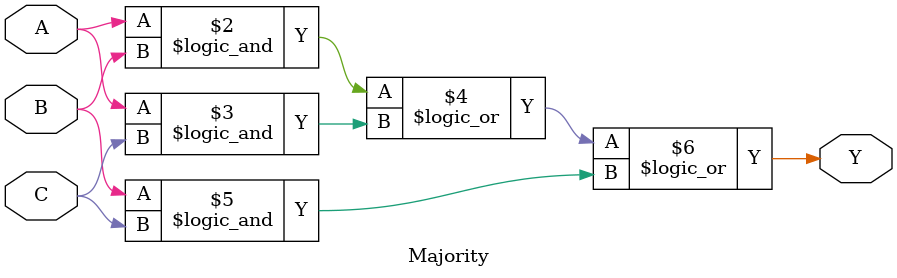
<source format=v>
  	                                            		
module Majority (A, B, C, Y);                 	
   input  A, B, C;			
   output Y; 

   reg Y;           		
                   	          	
// student code here
	
	//assign Y = (A && B) || (A && C) || (B && C); //comment out reg Y above and the always block below.

	always @(A or B or C) begin
	Y = (A && B) || (A && C) || (B && C);
	end
	endmodule // Majority  




    
</source>
